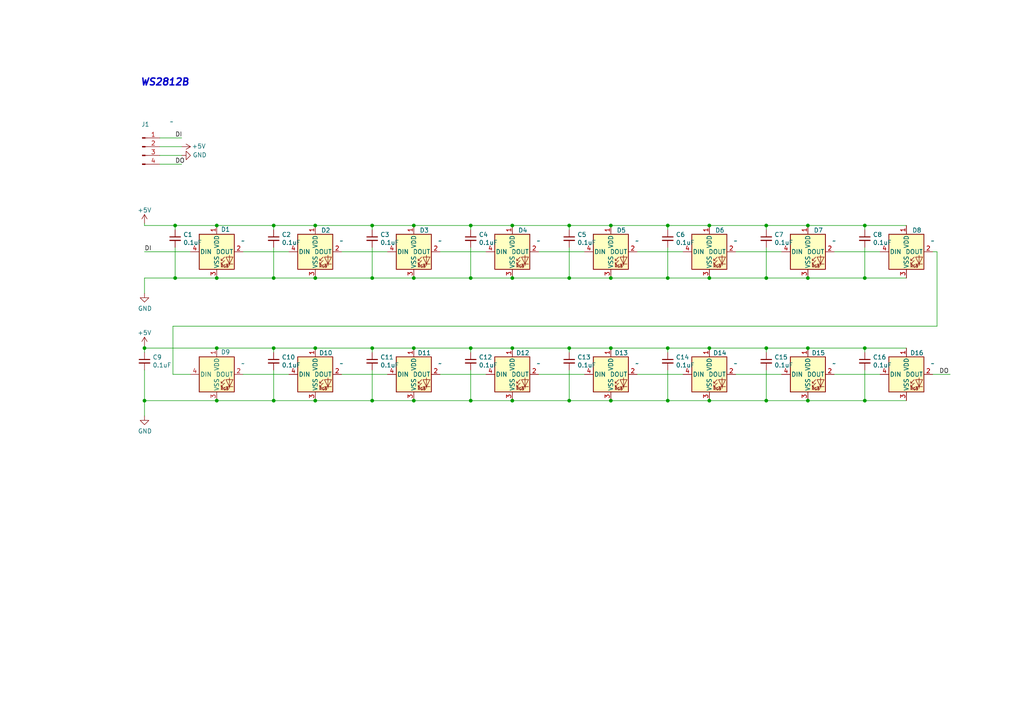
<source format=kicad_sch>
(kicad_sch (version 20231120) (generator "eeschema") (generator_version "8.0")
  (paper "A4")
  (lib_symbols
    (symbol "Connector:Conn_01x04_Pin" (pin_names (offset 1.016) hide)
      (property "Reference" "J" (at 0 5.08 0))
      (property "Value" "Conn_01x04_Pin" (at 0 -7.62 0))
      (symbol "Conn_01x04_Pin_1_1"
        (polyline (pts (xy 1.27 -5.08) (xy 0.8636 -5.08)) (stroke (width 0.1524)))
        (polyline (pts (xy 1.27 -2.54) (xy 0.8636 -2.54)) (stroke (width 0.1524)))
        (polyline (pts (xy 1.27 0) (xy 0.8636 0)) (stroke (width 0.1524)))
        (polyline (pts (xy 1.27 2.54) (xy 0.8636 2.54)) (stroke (width 0.1524)))
        (rectangle (start 0.8636 -4.953) (end 0 -5.207) (stroke (width 0.1524)) (fill (type outline)))
        (rectangle (start 0.8636 -2.413) (end 0 -2.667) (stroke (width 0.1524)) (fill (type outline)))
        (rectangle (start 0.8636 0.127) (end 0 -0.127) (stroke (width 0.1524)) (fill (type outline)))
        (rectangle (start 0.8636 2.667) (end 0 2.413) (stroke (width 0.1524)) (fill (type outline)))
        (pin passive line (at 5.08 2.54 180) (length 3.81) (name "Pin_1") (number "1"))
        (pin passive line (at 5.08 0 180) (length 3.81) (name "Pin_2") (number "2"))
        (pin passive line (at 5.08 -2.54 180) (length 3.81) (name "Pin_3") (number "3"))
        (pin passive line (at 5.08 -5.08 180) (length 3.81) (name "Pin_4") (number "4"))
      )
    )
    (symbol "Device:C_Small" (pin_numbers hide) (pin_names (offset 0.254) hide)
      (property "Reference" "C" (at 0.254 1.778 0))
      (property "Value" "C_Small" (at 0.254 -2.032 0))
      (symbol "C_Small_0_1"
        (polyline (pts (xy -1.524 -0.508) (xy 1.524 -0.508)) (stroke (width 0.3302)))
        (polyline (pts (xy -1.524 0.508) (xy 1.524 0.508)) (stroke (width 0.3048)))
      )
      (symbol "C_Small_1_1"
        (pin passive line (at 0 2.54 270) (length 2.032) (name "~") (number "1"))
        (pin passive line (at 0 -2.54 90) (length 2.032) (name "~") (number "2"))
      )
    )
    (symbol "LED:WS2812B" (pin_names (offset 0.254))
      (property "Reference" "D" (at 5.08 5.715 0))
      (property "Value" "WS2812B" (at 1.27 -5.715 0))
      (symbol "WS2812B_0_0"
        (text "RGB" (at 2.286 -4.191 0) (effects (font (size 0.762 0.762))))
      )
      (symbol "WS2812B_0_1"
        (polyline (pts (xy 1.27 -3.556) (xy 1.778 -3.556)))
        (polyline (pts (xy 1.27 -2.54) (xy 1.778 -2.54)))
        (polyline (pts (xy 4.699 -3.556) (xy 2.667 -3.556)))
        (polyline (pts (xy 2.286 -2.54) (xy 1.27 -3.556) (xy 1.27 -3.048)))
        (polyline (pts (xy 2.286 -1.524) (xy 1.27 -2.54) (xy 1.27 -2.032)))
        (polyline (pts (xy 3.683 -1.016) (xy 3.683 -3.556) (xy 3.683 -4.064)))
        (polyline (pts (xy 4.699 -1.524) (xy 2.667 -1.524) (xy 3.683 -3.556) (xy 4.699 -1.524)))
        (rectangle (start 5.08 5.08) (end -5.08 -5.08) (stroke (width 0.254)) (fill (type background)))
      )
      (symbol "WS2812B_1_1"
        (pin power_in line (at 0 7.62 270) (length 2.54) (name "VDD") (number "1"))
        (pin output line (at 7.62 0 180) (length 2.54) (name "DOUT") (number "2"))
        (pin power_in line (at 0 -7.62 90) (length 2.54) (name "VSS") (number "3"))
        (pin input line (at -7.62 0 0) (length 2.54) (name "DIN") (number "4"))
      )
    )
    (symbol "power:+5V" (power) (pin_names (offset 0))
      (property "Value" "+5V" (at 0 3.556 0))
      (symbol "+5V_0_1"
        (polyline (pts (xy -0.762 1.27) (xy 0 2.54)))
        (polyline (pts (xy 0 0) (xy 0 2.54)))
        (polyline (pts (xy 0 2.54) (xy 0.762 1.27)))
      )
      (symbol "+5V_1_1"
        (pin power_in line (at 0 0 90) (length 0) hide (name "+5V") (number "1"))
      )
    )
    (symbol "power:GND" (power) (pin_names (offset 0))
      (property "Value" "GND" (at 0 -3.81 0))
      (symbol "GND_0_1"
        (polyline (pts (xy 0 0) (xy 0 -1.27) (xy 1.27 -1.27) (xy 0 -2.54) (xy -1.27 -1.27) (xy 0 -1.27)))
      )
      (symbol "GND_1_1"
        (pin power_in line (at 0 0 270) (length 0) hide (name "GND") (number "1"))
      )
    )
  )
  (junction (at 250.825 116.205))
  (junction (at 177.165 65.405))
  (junction (at 136.525 65.405))
  (junction (at 136.525 80.645))
  (junction (at 62.865 65.405))
  (junction (at 193.675 65.405))
  (junction (at 107.95 80.645))
  (junction (at 79.375 80.645))
  (junction (at 234.315 65.405))
  (junction (at 234.315 100.965))
  (junction (at 62.865 100.965))
  (junction (at 165.1 65.405))
  (junction (at 148.59 65.405))
  (junction (at 62.865 80.645))
  (junction (at 234.315 80.645))
  (junction (at 177.165 116.205))
  (junction (at 222.25 80.645))
  (junction (at 193.675 100.965))
  (junction (at 120.015 116.205))
  (junction (at 120.015 80.645))
  (junction (at 165.1 100.965))
  (junction (at 193.675 80.645))
  (junction (at 222.25 65.405))
  (junction (at 120.015 100.965))
  (junction (at 79.375 100.965))
  (junction (at 193.675 116.205))
  (junction (at 205.74 65.405))
  (junction (at 41.91 100.965))
  (junction (at 177.165 80.645))
  (junction (at 205.74 100.965))
  (junction (at 107.95 65.405))
  (junction (at 165.1 80.645))
  (junction (at 79.375 116.205))
  (junction (at 250.825 80.645))
  (junction (at 41.91 116.205))
  (junction (at 148.59 80.645))
  (junction (at 250.825 65.405))
  (junction (at 205.74 116.205))
  (junction (at 136.525 116.205))
  (junction (at 91.44 65.405))
  (junction (at 148.59 100.965))
  (junction (at 62.865 116.205))
  (junction (at 91.44 116.205))
  (junction (at 234.315 116.205))
  (junction (at 177.165 100.965))
  (junction (at 222.25 100.965))
  (junction (at 148.59 116.205))
  (junction (at 136.525 100.965))
  (junction (at 50.8 80.645))
  (junction (at 165.1 116.205))
  (junction (at 107.95 100.965))
  (junction (at 91.44 80.645))
  (junction (at 250.825 100.965))
  (junction (at 120.015 65.405))
  (junction (at 50.8 65.405))
  (junction (at 91.44 100.965))
  (junction (at 107.95 116.205))
  (junction (at 205.74 80.645))
  (junction (at 222.25 116.205))
  (junction (at 79.375 65.405))
  (wire (pts (xy 50.8 65.405) (xy 50.8 66.675)))
  (wire (pts (xy 250.825 80.645) (xy 262.89 80.645)))
  (wire (pts (xy 165.1 100.965) (xy 177.165 100.965)))
  (wire (pts (xy 165.1 107.315) (xy 165.1 116.205)))
  (wire (pts (xy 193.675 100.965) (xy 205.74 100.965)))
  (wire (pts (xy 193.675 107.315) (xy 193.675 116.205)))
  (wire (pts (xy 165.1 100.965) (xy 165.1 102.235)))
  (wire (pts (xy 46.355 45.085) (xy 52.705 45.085)))
  (wire (pts (xy 91.44 80.645) (xy 107.95 80.645)))
  (wire (pts (xy 136.525 80.645) (xy 148.59 80.645)))
  (wire (pts (xy 193.675 65.405) (xy 205.74 65.405)))
  (wire (pts (xy 241.935 108.585) (xy 255.27 108.585)))
  (wire (pts (xy 222.25 65.405) (xy 222.25 66.675)))
  (wire (pts (xy 62.865 116.205) (xy 79.375 116.205)))
  (wire (pts (xy 205.74 65.405) (xy 222.25 65.405)))
  (wire (pts (xy 234.315 65.405) (xy 250.825 65.405)))
  (wire (pts (xy 271.78 94.615) (xy 50.165 94.615)))
  (wire (pts (xy 127.635 108.585) (xy 140.97 108.585)))
  (wire (pts (xy 205.74 100.965) (xy 222.25 100.965)))
  (wire (pts (xy 79.375 100.965) (xy 79.375 102.235)))
  (wire (pts (xy 99.06 108.585) (xy 112.395 108.585)))
  (wire (pts (xy 41.91 65.405) (xy 41.91 64.77)))
  (wire (pts (xy 136.525 71.755) (xy 136.525 80.645)))
  (wire (pts (xy 177.165 100.965) (xy 193.675 100.965)))
  (wire (pts (xy 250.825 65.405) (xy 250.825 66.675)))
  (wire (pts (xy 165.1 80.645) (xy 177.165 80.645)))
  (wire (pts (xy 50.8 65.405) (xy 41.91 65.405)))
  (wire (pts (xy 41.91 100.965) (xy 41.91 102.235)))
  (wire (pts (xy 250.825 71.755) (xy 250.825 80.645)))
  (wire (pts (xy 50.8 80.645) (xy 41.91 80.645)))
  (wire (pts (xy 193.675 116.205) (xy 205.74 116.205)))
  (wire (pts (xy 41.91 116.205) (xy 62.865 116.205)))
  (wire (pts (xy 250.825 107.315) (xy 250.825 116.205)))
  (wire (pts (xy 136.525 65.405) (xy 136.525 66.675)))
  (wire (pts (xy 46.355 47.625) (xy 52.705 47.625)))
  (wire (pts (xy 250.825 100.965) (xy 250.825 102.235)))
  (wire (pts (xy 127.635 73.025) (xy 140.97 73.025)))
  (wire (pts (xy 234.315 116.205) (xy 250.825 116.205)))
  (wire (pts (xy 46.355 42.545) (xy 52.705 42.545)))
  (wire (pts (xy 270.51 73.025) (xy 271.78 73.025)))
  (wire (pts (xy 107.95 107.315) (xy 107.95 116.205)))
  (wire (pts (xy 222.25 71.755) (xy 222.25 80.645)))
  (wire (pts (xy 107.95 71.755) (xy 107.95 80.645)))
  (wire (pts (xy 79.375 116.205) (xy 91.44 116.205)))
  (wire (pts (xy 70.485 73.025) (xy 83.82 73.025)))
  (wire (pts (xy 148.59 100.965) (xy 165.1 100.965)))
  (wire (pts (xy 120.015 116.205) (xy 136.525 116.205)))
  (wire (pts (xy 50.165 108.585) (xy 55.245 108.585)))
  (wire (pts (xy 107.95 100.965) (xy 120.015 100.965)))
  (wire (pts (xy 62.865 65.405) (xy 79.375 65.405)))
  (wire (pts (xy 205.74 116.205) (xy 222.25 116.205)))
  (wire (pts (xy 136.525 116.205) (xy 148.59 116.205)))
  (wire (pts (xy 165.1 71.755) (xy 165.1 80.645)))
  (wire (pts (xy 107.95 65.405) (xy 107.95 66.675)))
  (wire (pts (xy 107.95 100.965) (xy 107.95 102.235)))
  (wire (pts (xy 193.675 100.965) (xy 193.675 102.235)))
  (wire (pts (xy 120.015 100.965) (xy 136.525 100.965)))
  (wire (pts (xy 148.59 80.645) (xy 165.1 80.645)))
  (wire (pts (xy 241.935 73.025) (xy 255.27 73.025)))
  (wire (pts (xy 91.44 100.965) (xy 107.95 100.965)))
  (wire (pts (xy 62.865 80.645) (xy 79.375 80.645)))
  (wire (pts (xy 205.74 80.645) (xy 222.25 80.645)))
  (wire (pts (xy 250.825 100.965) (xy 262.89 100.965)))
  (wire (pts (xy 91.44 65.405) (xy 107.95 65.405)))
  (wire (pts (xy 62.865 65.405) (xy 50.8 65.405)))
  (wire (pts (xy 250.825 116.205) (xy 262.89 116.205)))
  (wire (pts (xy 250.825 65.405) (xy 262.89 65.405)))
  (wire (pts (xy 165.1 65.405) (xy 165.1 66.675)))
  (wire (pts (xy 120.015 80.645) (xy 136.525 80.645)))
  (wire (pts (xy 222.25 80.645) (xy 234.315 80.645)))
  (wire (pts (xy 165.1 116.205) (xy 177.165 116.205)))
  (wire (pts (xy 50.165 94.615) (xy 50.165 108.585)))
  (wire (pts (xy 136.525 65.405) (xy 148.59 65.405)))
  (wire (pts (xy 99.06 73.025) (xy 112.395 73.025)))
  (wire (pts (xy 177.165 80.645) (xy 193.675 80.645)))
  (wire (pts (xy 41.91 116.205) (xy 41.91 120.65)))
  (wire (pts (xy 50.8 71.755) (xy 50.8 80.645)))
  (wire (pts (xy 136.525 100.965) (xy 136.525 102.235)))
  (wire (pts (xy 184.785 73.025) (xy 198.12 73.025)))
  (wire (pts (xy 156.21 108.585) (xy 169.545 108.585)))
  (wire (pts (xy 41.91 80.645) (xy 41.91 85.09)))
  (wire (pts (xy 79.375 107.315) (xy 79.375 116.205)))
  (wire (pts (xy 50.8 80.645) (xy 62.865 80.645)))
  (wire (pts (xy 213.36 73.025) (xy 226.695 73.025)))
  (wire (pts (xy 79.375 80.645) (xy 91.44 80.645)))
  (wire (pts (xy 213.36 108.585) (xy 226.695 108.585)))
  (wire (pts (xy 91.44 116.205) (xy 107.95 116.205)))
  (wire (pts (xy 79.375 71.755) (xy 79.375 80.645)))
  (wire (pts (xy 222.25 116.205) (xy 234.315 116.205)))
  (wire (pts (xy 156.21 73.025) (xy 169.545 73.025)))
  (wire (pts (xy 62.865 100.965) (xy 41.91 100.965)))
  (wire (pts (xy 107.95 116.205) (xy 120.015 116.205)))
  (wire (pts (xy 79.375 65.405) (xy 79.375 66.675)))
  (wire (pts (xy 270.51 108.585) (xy 275.59 108.585)))
  (wire (pts (xy 193.675 80.645) (xy 205.74 80.645)))
  (wire (pts (xy 177.165 65.405) (xy 193.675 65.405)))
  (wire (pts (xy 136.525 100.965) (xy 148.59 100.965)))
  (wire (pts (xy 148.59 65.405) (xy 165.1 65.405)))
  (wire (pts (xy 46.355 40.005) (xy 52.705 40.005)))
  (wire (pts (xy 107.95 80.645) (xy 120.015 80.645)))
  (wire (pts (xy 222.25 100.965) (xy 234.315 100.965)))
  (wire (pts (xy 136.525 107.315) (xy 136.525 116.205)))
  (wire (pts (xy 234.315 80.645) (xy 250.825 80.645)))
  (wire (pts (xy 177.165 116.205) (xy 193.675 116.205)))
  (wire (pts (xy 41.91 73.025) (xy 55.245 73.025)))
  (wire (pts (xy 222.25 107.315) (xy 222.25 116.205)))
  (wire (pts (xy 79.375 65.405) (xy 91.44 65.405)))
  (wire (pts (xy 148.59 116.205) (xy 165.1 116.205)))
  (wire (pts (xy 70.485 108.585) (xy 83.82 108.585)))
  (wire (pts (xy 120.015 65.405) (xy 136.525 65.405)))
  (wire (pts (xy 234.315 100.965) (xy 250.825 100.965)))
  (wire (pts (xy 271.78 73.025) (xy 271.78 94.615)))
  (wire (pts (xy 184.785 108.585) (xy 198.12 108.585)))
  (wire (pts (xy 222.25 65.405) (xy 234.315 65.405)))
  (wire (pts (xy 41.91 107.315) (xy 41.91 116.205)))
  (wire (pts (xy 41.91 100.965) (xy 41.91 100.33)))
  (wire (pts (xy 193.675 71.755) (xy 193.675 80.645)))
  (wire (pts (xy 79.375 100.965) (xy 91.44 100.965)))
  (wire (pts (xy 193.675 65.405) (xy 193.675 66.675)))
  (wire (pts (xy 62.865 100.965) (xy 79.375 100.965)))
  (wire (pts (xy 107.95 65.405) (xy 120.015 65.405)))
  (wire (pts (xy 165.1 65.405) (xy 177.165 65.405)))
  (wire (pts (xy 222.25 100.965) (xy 222.25 102.235)))
  (text "WS2812B\n" (at 40.64 25.146 0) (effects (font (size 2.0066 2.0066) (thickness 0.4013) (bold yes) (italic yes)) (justify left bottom)))
  (label "DI" (at 50.8 40.005 0))
  (label "DO" (at 272.415 108.585 0))
  (label "DO" (at 50.8 47.625 0))
  (label "DI" (at 41.91 73.025 0))
  (symbol (lib_id "Device:C_Small") (at 222.25 69.215 0) (unit 1)
    (property "Reference" "C7" (at 224.5868 68.0466 0) (effects (justify left)))
    (property "Value" "0.1uF" (at 224.5868 70.358 0) (effects (justify left)))
    (property "Footprint" "Capacitor_SMD:C_0603_1608Metric" (effects (hide yes)))
    (property "LCSC" "C1591" (effects (hide yes)))
    (property "Digikey" "1276-1935-1-ND" (effects (hide yes)))
    (property "Mouser" "187-CL10B104KB8NNWC" (effects (hide yes)))
  )
  (symbol (lib_id "LED:WS2812B") (at 62.865 73.025 0) (unit 1)
    (property "Reference" "D1" (at 65.405 66.548 0))
    (property "Value" "~" (at 70.485 69.8815 0))
    (property "Footprint" "LED_SMD:LED_WS2812B_PLCC4_5.0x5.0mm_P3.2mm" (effects (hide yes)))
    (property "Datasheet" "https://cdn-shop.adafruit.com/datasheets/WS2812B.pdf" (effects (hide yes)))
    (property "Description" "RGB LED with integrated controller" (effects (hide yes)))
  )
  (symbol (lib_id "power:GND") (at 41.91 120.65 0) (unit 1)
    (property "Reference" "#PWR06" (effects (hide yes)))
    (property "Value" "GND" (at 42.037 125.0442 0))
  )
  (symbol (lib_id "Device:C_Small") (at 193.675 104.775 0) (unit 1)
    (property "Reference" "C14" (at 196.0118 103.6066 0) (effects (justify left)))
    (property "Value" "0.1uF" (at 196.0118 105.918 0) (effects (justify left)))
    (property "Footprint" "Capacitor_SMD:C_0603_1608Metric" (effects (hide yes)))
    (property "LCSC" "C1591" (effects (hide yes)))
    (property "Digikey" "1276-1935-1-ND" (effects (hide yes)))
    (property "Mouser" "187-CL10B104KB8NNWC" (effects (hide yes)))
  )
  (symbol (lib_id "LED:WS2812B") (at 205.74 108.585 0) (unit 1)
    (property "Reference" "D14" (at 208.788 102.362 0))
    (property "Value" "~" (at 213.36 105.4415 0))
    (property "Footprint" "LED_SMD:LED_WS2812B_PLCC4_5.0x5.0mm_P3.2mm" (effects (hide yes)))
    (property "Datasheet" "https://cdn-shop.adafruit.com/datasheets/WS2812B.pdf" (effects (hide yes)))
    (property "Description" "RGB LED with integrated controller" (effects (hide yes)))
  )
  (symbol (lib_id "Device:C_Small") (at 107.95 69.215 0) (unit 1)
    (property "Reference" "C3" (at 110.2868 68.0466 0) (effects (justify left)))
    (property "Value" "0.1uF" (at 110.2868 70.358 0) (effects (justify left)))
    (property "Footprint" "Capacitor_SMD:C_0603_1608Metric" (effects (hide yes)))
    (property "LCSC" "C1591" (effects (hide yes)))
    (property "Digikey" "1276-1935-1-ND" (effects (hide yes)))
    (property "Mouser" "187-CL10B104KB8NNWC" (effects (hide yes)))
  )
  (symbol (lib_id "LED:WS2812B") (at 262.89 73.025 0) (unit 1)
    (property "Reference" "D8" (at 265.938 66.802 0))
    (property "Value" "~" (at 270.51 69.8815 0))
    (property "Footprint" "LED_SMD:LED_WS2812B_PLCC4_5.0x5.0mm_P3.2mm" (effects (hide yes)))
    (property "Datasheet" "https://cdn-shop.adafruit.com/datasheets/WS2812B.pdf" (effects (hide yes)))
    (property "Description" "RGB LED with integrated controller" (effects (hide yes)))
  )
  (symbol (lib_id "Device:C_Small") (at 79.375 104.775 0) (unit 1)
    (property "Reference" "C10" (at 81.7118 103.6066 0) (effects (justify left)))
    (property "Value" "0.1uF" (at 81.7118 105.918 0) (effects (justify left)))
    (property "Footprint" "Capacitor_SMD:C_0603_1608Metric" (effects (hide yes)))
    (property "LCSC" "C1591" (effects (hide yes)))
    (property "Digikey" "1276-1935-1-ND" (effects (hide yes)))
    (property "Mouser" "187-CL10B104KB8NNWC" (effects (hide yes)))
  )
  (symbol (lib_id "LED:WS2812B") (at 148.59 108.585 0) (unit 1)
    (property "Reference" "D12" (at 151.638 102.362 0))
    (property "Value" "~" (at 156.21 105.4415 0))
    (property "Footprint" "LED_SMD:LED_WS2812B_PLCC4_5.0x5.0mm_P3.2mm" (effects (hide yes)))
    (property "Datasheet" "https://cdn-shop.adafruit.com/datasheets/WS2812B.pdf" (effects (hide yes)))
    (property "Description" "RGB LED with integrated controller" (effects (hide yes)))
  )
  (symbol (lib_id "Device:C_Small") (at 165.1 104.775 0) (unit 1)
    (property "Reference" "C13" (at 167.4368 103.6066 0) (effects (justify left)))
    (property "Value" "0.1uF" (at 167.4368 105.918 0) (effects (justify left)))
    (property "Footprint" "Capacitor_SMD:C_0603_1608Metric" (effects (hide yes)))
    (property "LCSC" "C1591" (effects (hide yes)))
    (property "Digikey" "1276-1935-1-ND" (effects (hide yes)))
    (property "Mouser" "187-CL10B104KB8NNWC" (effects (hide yes)))
  )
  (symbol (lib_id "LED:WS2812B") (at 177.165 108.585 0) (unit 1)
    (property "Reference" "D13" (at 180.213 102.362 0))
    (property "Value" "~" (at 184.785 105.4415 0))
    (property "Footprint" "LED_SMD:LED_WS2812B_PLCC4_5.0x5.0mm_P3.2mm" (effects (hide yes)))
    (property "Datasheet" "https://cdn-shop.adafruit.com/datasheets/WS2812B.pdf" (effects (hide yes)))
    (property "Description" "RGB LED with integrated controller" (effects (hide yes)))
  )
  (symbol (lib_id "LED:WS2812B") (at 120.015 73.025 0) (unit 1)
    (property "Reference" "D3" (at 123.063 66.802 0))
    (property "Value" "~" (at 127.635 69.8815 0))
    (property "Footprint" "LED_SMD:LED_WS2812B_PLCC4_5.0x5.0mm_P3.2mm" (effects (hide yes)))
    (property "Datasheet" "https://cdn-shop.adafruit.com/datasheets/WS2812B.pdf" (effects (hide yes)))
    (property "Description" "RGB LED with integrated controller" (effects (hide yes)))
  )
  (symbol (lib_id "LED:WS2812B") (at 62.865 108.585 0) (unit 1)
    (property "Reference" "D9" (at 65.405 102.108 0))
    (property "Value" "~" (at 70.485 105.4415 0))
    (property "Footprint" "LED_SMD:LED_WS2812B_PLCC4_5.0x5.0mm_P3.2mm" (effects (hide yes)))
    (property "Datasheet" "https://cdn-shop.adafruit.com/datasheets/WS2812B.pdf" (effects (hide yes)))
    (property "Description" "RGB LED with integrated controller" (effects (hide yes)))
  )
  (symbol (lib_id "LED:WS2812B") (at 148.59 73.025 0) (unit 1)
    (property "Reference" "D4" (at 151.638 66.802 0))
    (property "Value" "~" (at 156.21 69.8815 0))
    (property "Footprint" "LED_SMD:LED_WS2812B_PLCC4_5.0x5.0mm_P3.2mm" (effects (hide yes)))
    (property "Datasheet" "https://cdn-shop.adafruit.com/datasheets/WS2812B.pdf" (effects (hide yes)))
    (property "Description" "RGB LED with integrated controller" (effects (hide yes)))
  )
  (symbol (lib_id "Device:C_Small") (at 250.825 69.215 0) (unit 1)
    (property "Reference" "C8" (at 253.1618 68.0466 0) (effects (justify left)))
    (property "Value" "0.1uF" (at 253.1618 70.358 0) (effects (justify left)))
    (property "Footprint" "Capacitor_SMD:C_0603_1608Metric" (effects (hide yes)))
    (property "LCSC" "C1591" (effects (hide yes)))
    (property "Digikey" "1276-1935-1-ND" (effects (hide yes)))
    (property "Mouser" "187-CL10B104KB8NNWC" (effects (hide yes)))
  )
  (symbol (lib_id "Device:C_Small") (at 107.95 104.775 0) (unit 1)
    (property "Reference" "C11" (at 110.2868 103.6066 0) (effects (justify left)))
    (property "Value" "0.1uF" (at 110.2868 105.918 0) (effects (justify left)))
    (property "Footprint" "Capacitor_SMD:C_0603_1608Metric" (effects (hide yes)))
    (property "LCSC" "C1591" (effects (hide yes)))
    (property "Digikey" "1276-1935-1-ND" (effects (hide yes)))
    (property "Mouser" "187-CL10B104KB8NNWC" (effects (hide yes)))
  )
  (symbol (lib_id "Connector:Conn_01x04_Pin") (at 41.275 42.545 0) (unit 1)
    (property "Reference" "J1" (at 42.164 36.068 0))
    (property "Value" "~" (at 49.784 35.306 0))
    (property "Footprint" "Connector_PinHeader_2.00mm:PinHeader_1x04_P2.00mm_Vertical" (effects (hide yes)))
    (property "Description" "Generic connector, single row, 01x04, script generated" (effects (hide yes)))
  )
  (symbol (lib_id "Device:C_Small") (at 136.525 104.775 0) (unit 1)
    (property "Reference" "C12" (at 138.8618 103.6066 0) (effects (justify left)))
    (property "Value" "0.1uF" (at 138.8618 105.918 0) (effects (justify left)))
    (property "Footprint" "Capacitor_SMD:C_0603_1608Metric" (effects (hide yes)))
    (property "LCSC" "C1591" (effects (hide yes)))
    (property "Digikey" "1276-1935-1-ND" (effects (hide yes)))
    (property "Mouser" "187-CL10B104KB8NNWC" (effects (hide yes)))
  )
  (symbol (lib_id "power:GND") (at 41.91 85.09 0) (unit 1)
    (property "Reference" "#PWR02" (effects (hide yes)))
    (property "Value" "GND" (at 42.037 89.4842 0))
  )
  (symbol (lib_id "LED:WS2812B") (at 177.165 73.025 0) (unit 1)
    (property "Reference" "D5" (at 180.213 66.802 0))
    (property "Value" "~" (at 184.785 69.8815 0))
    (property "Footprint" "LED_SMD:LED_WS2812B_PLCC4_5.0x5.0mm_P3.2mm" (effects (hide yes)))
    (property "Datasheet" "https://cdn-shop.adafruit.com/datasheets/WS2812B.pdf" (effects (hide yes)))
    (property "Description" "RGB LED with integrated controller" (effects (hide yes)))
  )
  (symbol (lib_id "LED:WS2812B") (at 91.44 108.585 0) (unit 1)
    (property "Reference" "D10" (at 94.488 102.362 0))
    (property "Value" "~" (at 99.06 105.4415 0))
    (property "Footprint" "LED_SMD:LED_WS2812B_PLCC4_5.0x5.0mm_P3.2mm" (effects (hide yes)))
    (property "Datasheet" "https://cdn-shop.adafruit.com/datasheets/WS2812B.pdf" (effects (hide yes)))
    (property "Description" "RGB LED with integrated controller" (effects (hide yes)))
  )
  (symbol (lib_id "LED:WS2812B") (at 120.015 108.585 0) (unit 1)
    (property "Reference" "D11" (at 123.063 102.362 0))
    (property "Value" "~" (at 127.635 105.4415 0))
    (property "Footprint" "LED_SMD:LED_WS2812B_PLCC4_5.0x5.0mm_P3.2mm" (effects (hide yes)))
    (property "Datasheet" "https://cdn-shop.adafruit.com/datasheets/WS2812B.pdf" (effects (hide yes)))
    (property "Description" "RGB LED with integrated controller" (effects (hide yes)))
  )
  (symbol (lib_id "LED:WS2812B") (at 262.89 108.585 0) (unit 1)
    (property "Reference" "D16" (at 265.938 102.362 0))
    (property "Value" "~" (at 270.51 105.4415 0))
    (property "Footprint" "LED_SMD:LED_WS2812B_PLCC4_5.0x5.0mm_P3.2mm" (effects (hide yes)))
    (property "Datasheet" "https://cdn-shop.adafruit.com/datasheets/WS2812B.pdf" (effects (hide yes)))
    (property "Description" "RGB LED with integrated controller" (effects (hide yes)))
  )
  (symbol (lib_id "power:+5V") (at 41.91 64.77 0) (unit 1)
    (property "Reference" "#PWR01" (effects (hide yes)))
    (property "Value" "+5V" (at 41.91 60.96 0))
  )
  (symbol (lib_id "LED:WS2812B") (at 234.315 73.025 0) (unit 1)
    (property "Reference" "D7" (at 237.363 66.802 0))
    (property "Value" "~" (at 241.935 69.8815 0))
    (property "Footprint" "LED_SMD:LED_WS2812B_PLCC4_5.0x5.0mm_P3.2mm" (effects (hide yes)))
    (property "Datasheet" "https://cdn-shop.adafruit.com/datasheets/WS2812B.pdf" (effects (hide yes)))
    (property "Description" "RGB LED with integrated controller" (effects (hide yes)))
  )
  (symbol (lib_id "power:+5V") (at 52.705 42.545 270) (unit 1)
    (property "Reference" "#PWR03" (effects (hide yes)))
    (property "Value" "+5V" (at 57.658 42.418 90))
  )
  (symbol (lib_id "Device:C_Small") (at 136.525 69.215 0) (unit 1)
    (property "Reference" "C4" (at 138.8618 68.0466 0) (effects (justify left)))
    (property "Value" "0.1uF" (at 138.8618 70.358 0) (effects (justify left)))
    (property "Footprint" "Capacitor_SMD:C_0603_1608Metric" (effects (hide yes)))
    (property "LCSC" "C1591" (effects (hide yes)))
    (property "Digikey" "1276-1935-1-ND" (effects (hide yes)))
    (property "Mouser" "187-CL10B104KB8NNWC" (effects (hide yes)))
  )
  (symbol (lib_id "LED:WS2812B") (at 91.44 73.025 0) (unit 1)
    (property "Reference" "D2" (at 94.488 66.802 0))
    (property "Value" "~" (at 99.06 69.8815 0))
    (property "Footprint" "LED_SMD:LED_WS2812B_PLCC4_5.0x5.0mm_P3.2mm" (effects (hide yes)))
    (property "Datasheet" "https://cdn-shop.adafruit.com/datasheets/WS2812B.pdf" (effects (hide yes)))
    (property "Description" "RGB LED with integrated controller" (effects (hide yes)))
  )
  (symbol (lib_id "LED:WS2812B") (at 234.315 108.585 0) (unit 1)
    (property "Reference" "D15" (at 237.363 102.362 0))
    (property "Value" "~" (at 241.935 105.4415 0))
    (property "Footprint" "LED_SMD:LED_WS2812B_PLCC4_5.0x5.0mm_P3.2mm" (effects (hide yes)))
    (property "Datasheet" "https://cdn-shop.adafruit.com/datasheets/WS2812B.pdf" (effects (hide yes)))
    (property "Description" "RGB LED with integrated controller" (effects (hide yes)))
  )
  (symbol (lib_id "Device:C_Small") (at 50.8 69.215 0) (unit 1)
    (property "Reference" "C1" (at 53.1368 68.0466 0) (effects (justify left)))
    (property "Value" "0.1uF" (at 53.1368 70.358 0) (effects (justify left)))
    (property "Footprint" "Capacitor_SMD:C_0603_1608Metric" (effects (hide yes)))
    (property "LCSC" "C1591" (effects (hide yes)))
    (property "Digikey" "1276-1935-1-ND" (effects (hide yes)))
    (property "Mouser" "187-CL10B104KB8NNWC" (effects (hide yes)))
  )
  (symbol (lib_id "power:+5V") (at 41.91 100.33 0) (unit 1)
    (property "Reference" "#PWR05" (effects (hide yes)))
    (property "Value" "+5V" (at 41.91 96.52 0))
  )
  (symbol (lib_id "power:GND") (at 52.705 45.085 90) (unit 1)
    (property "Reference" "#PWR04" (effects (hide yes)))
    (property "Value" "GND" (at 57.912 44.958 90))
  )
  (symbol (lib_id "Device:C_Small") (at 41.91 104.775 0) (unit 1)
    (property "Reference" "C9" (at 44.2468 103.6066 0) (effects (justify left)))
    (property "Value" "0.1uF" (at 44.2468 105.918 0) (effects (justify left)))
    (property "Footprint" "Capacitor_SMD:C_0603_1608Metric" (effects (hide yes)))
    (property "LCSC" "C1591" (effects (hide yes)))
    (property "Digikey" "1276-1935-1-ND" (effects (hide yes)))
    (property "Mouser" "187-CL10B104KB8NNWC" (effects (hide yes)))
  )
  (symbol (lib_id "Device:C_Small") (at 193.675 69.215 0) (unit 1)
    (property "Reference" "C6" (at 196.0118 68.0466 0) (effects (justify left)))
    (property "Value" "0.1uF" (at 196.0118 70.358 0) (effects (justify left)))
    (property "Footprint" "Capacitor_SMD:C_0603_1608Metric" (effects (hide yes)))
    (property "LCSC" "C1591" (effects (hide yes)))
    (property "Digikey" "1276-1935-1-ND" (effects (hide yes)))
    (property "Mouser" "187-CL10B104KB8NNWC" (effects (hide yes)))
  )
  (symbol (lib_id "LED:WS2812B") (at 205.74 73.025 0) (unit 1)
    (property "Reference" "D6" (at 208.788 66.802 0))
    (property "Value" "~" (at 213.36 69.8815 0))
    (property "Footprint" "LED_SMD:LED_WS2812B_PLCC4_5.0x5.0mm_P3.2mm" (effects (hide yes)))
    (property "Datasheet" "https://cdn-shop.adafruit.com/datasheets/WS2812B.pdf" (effects (hide yes)))
    (property "Description" "RGB LED with integrated controller" (effects (hide yes)))
  )
  (symbol (lib_id "Device:C_Small") (at 222.25 104.775 0) (unit 1)
    (property "Reference" "C15" (at 224.5868 103.6066 0) (effects (justify left)))
    (property "Value" "0.1uF" (at 224.5868 105.918 0) (effects (justify left)))
    (property "Footprint" "Capacitor_SMD:C_0603_1608Metric" (effects (hide yes)))
    (property "LCSC" "C1591" (effects (hide yes)))
    (property "Digikey" "1276-1935-1-ND" (effects (hide yes)))
    (property "Mouser" "187-CL10B104KB8NNWC" (effects (hide yes)))
  )
  (symbol (lib_id "Device:C_Small") (at 250.825 104.775 0) (unit 1)
    (property "Reference" "C16" (at 253.1618 103.6066 0) (effects (justify left)))
    (property "Value" "0.1uF" (at 253.1618 105.918 0) (effects (justify left)))
    (property "Footprint" "Capacitor_SMD:C_0603_1608Metric" (effects (hide yes)))
    (property "LCSC" "C1591" (effects (hide yes)))
    (property "Digikey" "1276-1935-1-ND" (effects (hide yes)))
    (property "Mouser" "187-CL10B104KB8NNWC" (effects (hide yes)))
  )
  (symbol (lib_id "Device:C_Small") (at 165.1 69.215 0) (unit 1)
    (property "Reference" "C5" (at 167.4368 68.0466 0) (effects (justify left)))
    (property "Value" "0.1uF" (at 167.4368 70.358 0) (effects (justify left)))
    (property "Footprint" "Capacitor_SMD:C_0603_1608Metric" (effects (hide yes)))
    (property "LCSC" "C1591" (effects (hide yes)))
    (property "Digikey" "1276-1935-1-ND" (effects (hide yes)))
    (property "Mouser" "187-CL10B104KB8NNWC" (effects (hide yes)))
  )
  (symbol (lib_id "Device:C_Small") (at 79.375 69.215 0) (unit 1)
    (property "Reference" "C2" (at 81.7118 68.0466 0) (effects (justify left)))
    (property "Value" "0.1uF" (at 81.7118 70.358 0) (effects (justify left)))
    (property "Footprint" "Capacitor_SMD:C_0603_1608Metric" (effects (hide yes)))
    (property "LCSC" "C1591" (effects (hide yes)))
    (property "Digikey" "1276-1935-1-ND" (effects (hide yes)))
    (property "Mouser" "187-CL10B104KB8NNWC" (effects (hide yes)))
  )
)
</source>
